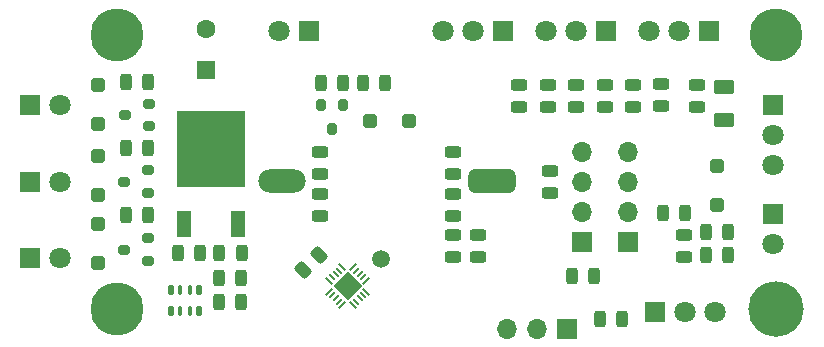
<source format=gbr>
%TF.GenerationSoftware,KiCad,Pcbnew,6.0.0-d3dd2cf0fa~116~ubuntu20.04.1*%
%TF.CreationDate,2021-12-27T17:03:20+01:00*%
%TF.ProjectId,VacuumPick,56616375-756d-4506-9963-6b2e6b696361,rev?*%
%TF.SameCoordinates,Original*%
%TF.FileFunction,Soldermask,Top*%
%TF.FilePolarity,Negative*%
%FSLAX46Y46*%
G04 Gerber Fmt 4.6, Leading zero omitted, Abs format (unit mm)*
G04 Created by KiCad (PCBNEW 6.0.0-d3dd2cf0fa~116~ubuntu20.04.1) date 2021-12-27 17:03:20*
%MOMM*%
%LPD*%
G01*
G04 APERTURE LIST*
G04 Aperture macros list*
%AMRoundRect*
0 Rectangle with rounded corners*
0 $1 Rounding radius*
0 $2 $3 $4 $5 $6 $7 $8 $9 X,Y pos of 4 corners*
0 Add a 4 corners polygon primitive as box body*
4,1,4,$2,$3,$4,$5,$6,$7,$8,$9,$2,$3,0*
0 Add four circle primitives for the rounded corners*
1,1,$1+$1,$2,$3*
1,1,$1+$1,$4,$5*
1,1,$1+$1,$6,$7*
1,1,$1+$1,$8,$9*
0 Add four rect primitives between the rounded corners*
20,1,$1+$1,$2,$3,$4,$5,0*
20,1,$1+$1,$4,$5,$6,$7,0*
20,1,$1+$1,$6,$7,$8,$9,0*
20,1,$1+$1,$8,$9,$2,$3,0*%
%AMRotRect*
0 Rectangle, with rotation*
0 The origin of the aperture is its center*
0 $1 length*
0 $2 width*
0 $3 Rotation angle, in degrees counterclockwise*
0 Add horizontal line*
21,1,$1,$2,0,0,$3*%
%AMFreePoly0*
4,1,14,0.334644,0.085355,0.385355,0.034644,0.400000,-0.000711,0.400000,-0.050000,0.385355,-0.085355,0.350000,-0.100000,-0.350000,-0.100000,-0.385355,-0.085355,-0.400000,-0.050000,-0.400000,0.050000,-0.385355,0.085355,-0.350000,0.100000,0.299289,0.100000,0.334644,0.085355,0.334644,0.085355,$1*%
%AMFreePoly1*
4,1,15,0.385355,0.085355,0.400000,0.050000,0.400000,0.000711,0.399705,0.000000,0.385355,-0.034644,0.334644,-0.085355,0.299289,-0.100000,-0.350000,-0.100000,-0.385355,-0.085355,-0.400000,-0.050000,-0.400000,0.050000,-0.385355,0.085355,-0.350000,0.100000,0.350000,0.100000,0.385355,0.085355,0.385355,0.085355,$1*%
%AMFreePoly2*
4,1,14,0.085355,0.385355,0.100000,0.350000,0.100000,-0.350000,0.085355,-0.385355,0.050000,-0.400000,-0.050000,-0.400000,-0.085355,-0.385355,-0.100000,-0.350000,-0.100000,0.299289,-0.085355,0.334644,-0.034644,0.385355,0.000711,0.400000,0.050000,0.400000,0.085355,0.385355,0.085355,0.385355,$1*%
%AMFreePoly3*
4,1,14,0.034644,0.385355,0.085355,0.334644,0.100000,0.299289,0.100000,-0.350000,0.085355,-0.385355,0.050000,-0.400000,-0.050000,-0.400000,-0.085355,-0.385355,-0.100000,-0.350000,-0.100000,0.350000,-0.085355,0.385355,-0.050000,0.400000,-0.000711,0.400000,0.034644,0.385355,0.034644,0.385355,$1*%
%AMFreePoly4*
4,1,14,0.385355,0.085355,0.400000,0.050000,0.400000,-0.050000,0.385355,-0.085355,0.350000,-0.100000,-0.299289,-0.100000,-0.334644,-0.085355,-0.385355,-0.034644,-0.400000,0.000711,-0.400000,0.050000,-0.385355,0.085355,-0.350000,0.100000,0.350000,0.100000,0.385355,0.085355,0.385355,0.085355,$1*%
%AMFreePoly5*
4,1,14,0.385355,0.085355,0.400000,0.050000,0.400000,-0.050000,0.385355,-0.085355,0.350000,-0.100000,-0.350000,-0.100000,-0.385355,-0.085355,-0.400000,-0.050000,-0.400000,-0.000711,-0.385355,0.034644,-0.334644,0.085355,-0.299289,0.100000,0.350000,0.100000,0.385355,0.085355,0.385355,0.085355,$1*%
%AMFreePoly6*
4,1,15,0.085355,0.385355,0.100000,0.350000,0.100000,-0.299289,0.099705,-0.300000,0.085355,-0.334644,0.034644,-0.385355,-0.000711,-0.400000,-0.050000,-0.400000,-0.085355,-0.385355,-0.100000,-0.350000,-0.100000,0.350000,-0.085355,0.385355,-0.050000,0.400000,0.050000,0.400000,0.085355,0.385355,0.085355,0.385355,$1*%
%AMFreePoly7*
4,1,14,0.085355,0.385355,0.100000,0.350000,0.100000,-0.350000,0.085355,-0.385355,0.050000,-0.400000,0.000711,-0.400000,-0.034644,-0.385355,-0.085355,-0.334644,-0.100000,-0.299289,-0.100000,0.350000,-0.085355,0.385355,-0.050000,0.400000,0.050000,0.400000,0.085355,0.385355,0.085355,0.385355,$1*%
G04 Aperture macros list end*
%ADD10R,1.600000X1.600000*%
%ADD11C,1.600000*%
%ADD12RoundRect,0.243750X0.456250X-0.243750X0.456250X0.243750X-0.456250X0.243750X-0.456250X-0.243750X0*%
%ADD13RoundRect,0.243750X-0.243750X-0.456250X0.243750X-0.456250X0.243750X0.456250X-0.243750X0.456250X0*%
%ADD14RoundRect,0.243750X-0.456250X0.243750X-0.456250X-0.243750X0.456250X-0.243750X0.456250X0.243750X0*%
%ADD15RoundRect,0.243750X0.243750X0.456250X-0.243750X0.456250X-0.243750X-0.456250X0.243750X-0.456250X0*%
%ADD16RoundRect,0.243750X0.150260X-0.494975X0.494975X-0.150260X-0.150260X0.494975X-0.494975X0.150260X0*%
%ADD17RoundRect,0.300000X-0.300000X0.300000X-0.300000X-0.300000X0.300000X-0.300000X0.300000X0.300000X0*%
%ADD18RoundRect,0.300000X0.300000X0.300000X-0.300000X0.300000X-0.300000X-0.300000X0.300000X-0.300000X0*%
%ADD19RoundRect,0.250000X-0.625000X0.375000X-0.625000X-0.375000X0.625000X-0.375000X0.625000X0.375000X0*%
%ADD20C,4.700000*%
%ADD21C,4.500000*%
%ADD22R,1.800000X1.800000*%
%ADD23C,1.800000*%
%ADD24C,1.500000*%
%ADD25R,1.700000X1.700000*%
%ADD26O,1.700000X1.700000*%
%ADD27RoundRect,0.500000X1.500000X0.500000X-1.500000X0.500000X-1.500000X-0.500000X1.500000X-0.500000X0*%
%ADD28O,4.000000X2.000000*%
%ADD29RoundRect,0.200000X0.300000X0.200000X-0.300000X0.200000X-0.300000X-0.200000X0.300000X-0.200000X0*%
%ADD30RoundRect,0.200000X-0.200000X0.300000X-0.200000X-0.300000X0.200000X-0.300000X0.200000X0.300000X0*%
%ADD31R,1.200000X2.200000*%
%ADD32R,5.800000X6.400000*%
%ADD33FreePoly0,315.000000*%
%ADD34RoundRect,0.050000X-0.282843X0.212132X0.212132X-0.282843X0.282843X-0.212132X-0.212132X0.282843X0*%
%ADD35FreePoly1,315.000000*%
%ADD36FreePoly2,315.000000*%
%ADD37RoundRect,0.050000X-0.282843X-0.212132X-0.212132X-0.282843X0.282843X0.212132X0.212132X0.282843X0*%
%ADD38FreePoly3,315.000000*%
%ADD39FreePoly4,315.000000*%
%ADD40FreePoly5,315.000000*%
%ADD41FreePoly6,315.000000*%
%ADD42FreePoly7,315.000000*%
%ADD43RotRect,1.700000X1.700000X315.000000*%
%ADD44RoundRect,0.125000X-0.125000X0.275000X-0.125000X-0.275000X0.125000X-0.275000X0.125000X0.275000X0*%
%ADD45RoundRect,0.100000X-0.100000X0.300000X-0.100000X-0.300000X0.100000X-0.300000X0.100000X0.300000X0*%
G04 APERTURE END LIST*
D10*
%TO.C,C1*%
X84950000Y-68500000D03*
D11*
X84950000Y-65000000D03*
%TD*%
D12*
%TO.C,C2*%
X105850000Y-80837500D03*
X105850000Y-78962500D03*
%TD*%
%TO.C,C3*%
X105850000Y-77337500D03*
X105850000Y-75462500D03*
%TD*%
D13*
%TO.C,C4*%
X82562500Y-84000000D03*
X84437500Y-84000000D03*
%TD*%
D14*
%TO.C,C5*%
X94650000Y-75462500D03*
X94650000Y-77337500D03*
%TD*%
%TO.C,C6*%
X94650000Y-78962500D03*
X94650000Y-80837500D03*
%TD*%
D15*
%TO.C,C7*%
X87975001Y-84000000D03*
X86100001Y-84000000D03*
%TD*%
%TO.C,C8*%
X87937500Y-86100000D03*
X86062500Y-86100000D03*
%TD*%
D16*
%TO.C,C9*%
X93187087Y-85462913D03*
X94512913Y-84137087D03*
%TD*%
D13*
%TO.C,C10*%
X127262500Y-84200000D03*
X129137500Y-84200000D03*
%TD*%
D14*
%TO.C,C11*%
X105900000Y-82462500D03*
X105900000Y-84337500D03*
%TD*%
D17*
%TO.C,D1*%
X75800000Y-69800000D03*
X75800000Y-73100000D03*
%TD*%
%TO.C,D2*%
X75800000Y-75800000D03*
X75800000Y-79100000D03*
%TD*%
%TO.C,D3*%
X75800000Y-81550000D03*
X75800000Y-84850000D03*
%TD*%
D18*
%TO.C,D4*%
X102150000Y-72800000D03*
X98850000Y-72800000D03*
%TD*%
D19*
%TO.C,F1*%
X128800000Y-69900000D03*
X128800000Y-72700000D03*
%TD*%
D20*
%TO.C,H1*%
X133250000Y-88750000D03*
%TD*%
D21*
%TO.C,H2*%
X133250000Y-65500000D03*
%TD*%
%TO.C,H3*%
X77400000Y-88750000D03*
%TD*%
%TO.C,H4*%
X77400000Y-65500000D03*
%TD*%
D22*
%TO.C,J1*%
X93670000Y-65200000D03*
D23*
X91130000Y-65200000D03*
%TD*%
D22*
%TO.C,J2*%
X70080000Y-71500000D03*
D23*
X72620000Y-71500000D03*
%TD*%
D22*
%TO.C,J3*%
X70080000Y-77950000D03*
D23*
X72620000Y-77950000D03*
%TD*%
D22*
%TO.C,J4*%
X70080000Y-84450000D03*
D23*
X72620000Y-84450000D03*
%TD*%
D24*
%TO.C,J5*%
X99800000Y-84500000D03*
%TD*%
D22*
%TO.C,J6*%
X133000000Y-80730000D03*
D23*
X133000000Y-83270000D03*
%TD*%
D22*
%TO.C,J7*%
X133000000Y-71460000D03*
D23*
X133000000Y-74000000D03*
X133000000Y-76540000D03*
%TD*%
D22*
%TO.C,J8*%
X122960000Y-89000000D03*
D23*
X125500000Y-89000000D03*
X128040000Y-89000000D03*
%TD*%
D25*
%TO.C,J9*%
X115500000Y-90400000D03*
D26*
X112960000Y-90400000D03*
X110420000Y-90400000D03*
%TD*%
D22*
%TO.C,J10*%
X127540000Y-65200000D03*
D23*
X125000000Y-65200000D03*
X122460000Y-65200000D03*
%TD*%
D22*
%TO.C,J11*%
X118840000Y-65200000D03*
D23*
X116300000Y-65200000D03*
X113760000Y-65200000D03*
%TD*%
D22*
%TO.C,J12*%
X110140000Y-65200000D03*
D23*
X107600000Y-65200000D03*
X105060000Y-65200000D03*
%TD*%
D27*
%TO.C,M1*%
X109166338Y-77900000D03*
D28*
X91416338Y-77900000D03*
%TD*%
D29*
%TO.C,Q1*%
X80100000Y-73250000D03*
X80100000Y-71350000D03*
X78100000Y-72300000D03*
%TD*%
%TO.C,Q2*%
X80050000Y-78900000D03*
X80050000Y-77000000D03*
X78050000Y-77950000D03*
%TD*%
%TO.C,Q3*%
X80050000Y-84650000D03*
X80050000Y-82750000D03*
X78050000Y-83700000D03*
%TD*%
D30*
%TO.C,Q4*%
X96600000Y-71500000D03*
X94700000Y-71500000D03*
X95650000Y-73500000D03*
%TD*%
D13*
%TO.C,R1*%
X78162500Y-69500000D03*
X80037500Y-69500000D03*
%TD*%
%TO.C,R2*%
X78162500Y-75100000D03*
X80037500Y-75100000D03*
%TD*%
%TO.C,R3*%
X78162500Y-80800000D03*
X80037500Y-80800000D03*
%TD*%
D15*
%TO.C,R7*%
X96537500Y-69600000D03*
X94662500Y-69600000D03*
%TD*%
%TO.C,R8*%
X100137500Y-69600000D03*
X98262500Y-69600000D03*
%TD*%
D14*
%TO.C,R9*%
X125400000Y-82462500D03*
X125400000Y-84337500D03*
%TD*%
D15*
%TO.C,R10*%
X129137500Y-82200000D03*
X127262500Y-82200000D03*
%TD*%
D12*
%TO.C,R11*%
X108000000Y-84337500D03*
X108000000Y-82462500D03*
%TD*%
D14*
%TO.C,R12*%
X123500000Y-69700000D03*
X123500000Y-71575000D03*
%TD*%
%TO.C,R13*%
X121100000Y-69762500D03*
X121100000Y-71637500D03*
%TD*%
%TO.C,R14*%
X118700000Y-69762500D03*
X118700000Y-71637500D03*
%TD*%
%TO.C,R15*%
X116300000Y-69762500D03*
X116300000Y-71637500D03*
%TD*%
%TO.C,R16*%
X113900000Y-69762500D03*
X113900000Y-71637500D03*
%TD*%
%TO.C,R17*%
X111500000Y-69762500D03*
X111500000Y-71637500D03*
%TD*%
D31*
%TO.C,U1*%
X83120000Y-81500000D03*
D32*
X85400000Y-75200000D03*
D31*
X87680000Y-81500000D03*
%TD*%
D33*
%TO.C,U2*%
X96490381Y-85209010D03*
D34*
X96207538Y-85491852D03*
X95924695Y-85774695D03*
X95641852Y-86057538D03*
D35*
X95359010Y-86340381D03*
D36*
X95359010Y-87259619D03*
D37*
X95641852Y-87542462D03*
X95924695Y-87825305D03*
X96207538Y-88108148D03*
D38*
X96490381Y-88390990D03*
D39*
X97409619Y-88390990D03*
D34*
X97692462Y-88108148D03*
X97975305Y-87825305D03*
X98258148Y-87542462D03*
D40*
X98540990Y-87259619D03*
D41*
X98540990Y-86340381D03*
D37*
X98258148Y-86057538D03*
X97975305Y-85774695D03*
X97692462Y-85491852D03*
D42*
X97409619Y-85209010D03*
D43*
X96950000Y-86800000D03*
%TD*%
D44*
%TO.C,RP2*%
X84400000Y-87100000D03*
D45*
X83600000Y-87100000D03*
X82800000Y-87100000D03*
D44*
X82000000Y-87100000D03*
X82000000Y-88900000D03*
D45*
X82800000Y-88900000D03*
X83600000Y-88900000D03*
D44*
X84400000Y-88900000D03*
%TD*%
D25*
%TO.C,J13*%
X120700000Y-83040000D03*
D26*
X120700000Y-80500000D03*
X120700000Y-77960000D03*
X120700000Y-75420000D03*
%TD*%
D25*
%TO.C,J14*%
X116800000Y-83040000D03*
D26*
X116800000Y-80500000D03*
X116800000Y-77960000D03*
X116800000Y-75420000D03*
%TD*%
D15*
%TO.C,R4*%
X120187500Y-89550000D03*
X118312500Y-89550000D03*
%TD*%
%TO.C,C12*%
X87937500Y-88100000D03*
X86062500Y-88100000D03*
%TD*%
D12*
%TO.C,C13*%
X126500000Y-71637500D03*
X126500000Y-69762500D03*
%TD*%
%TO.C,R5*%
X114050000Y-78887500D03*
X114050000Y-77012500D03*
%TD*%
D15*
%TO.C,R6*%
X117837500Y-85900000D03*
X115962500Y-85900000D03*
%TD*%
D13*
%TO.C,R18*%
X123662500Y-80600000D03*
X125537500Y-80600000D03*
%TD*%
D17*
%TO.C,D5*%
X128200000Y-76650000D03*
X128200000Y-79950000D03*
%TD*%
M02*

</source>
